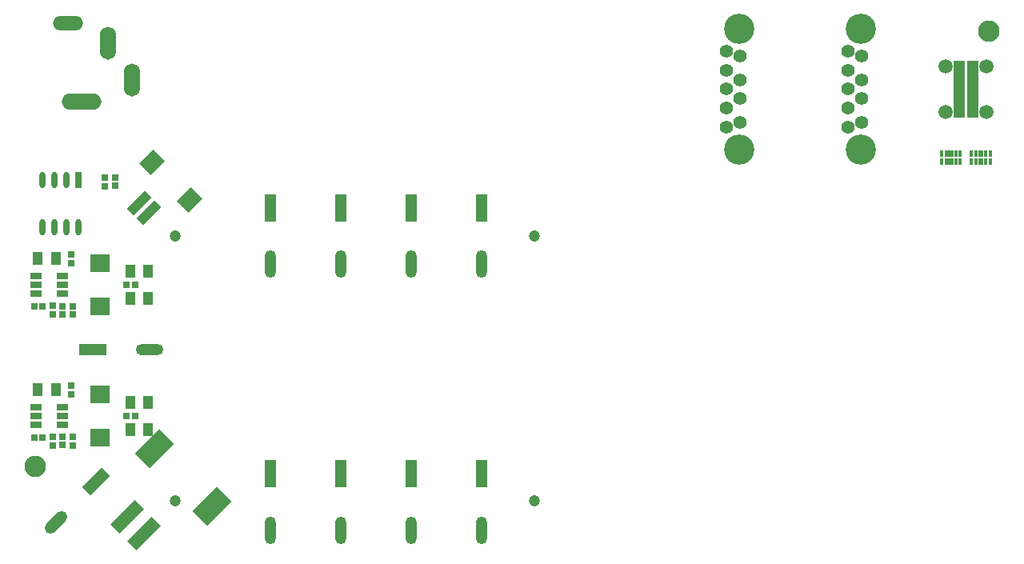
<source format=gbr>
%TF.GenerationSoftware,Altium Limited,Altium Designer,24.0.1 (36)*%
G04 Layer_Color=8388736*
%FSLAX45Y45*%
%MOMM*%
%TF.SameCoordinates,AAAF7447-B715-4BC7-9B32-5AEFA729C21C*%
%TF.FilePolarity,Negative*%
%TF.FileFunction,Soldermask,Top*%
%TF.Part,Single*%
G01*
G75*
%TA.AperFunction,SMDPad,CuDef*%
%ADD81C,2.27000*%
G04:AMPARAMS|DCode=82|XSize=2.1532mm|YSize=1.7032mm|CornerRadius=0mm|HoleSize=0mm|Usage=FLASHONLY|Rotation=45.000|XOffset=0mm|YOffset=0mm|HoleType=Round|Shape=Rectangle|*
%AMROTATEDRECTD82*
4,1,4,-0.15910,-1.36345,-1.36345,-0.15910,0.15910,1.36345,1.36345,0.15910,-0.15910,-1.36345,0.0*
%
%ADD82ROTATEDRECTD82*%

%TA.AperFunction,ConnectorPad*%
G04:AMPARAMS|DCode=83|XSize=2.2032mm|YSize=3.7032mm|CornerRadius=0mm|HoleSize=0mm|Usage=FLASHONLY|Rotation=315.000|XOffset=0mm|YOffset=0mm|HoleType=Round|Shape=Rectangle|*
%AMROTATEDRECTD83*
4,1,4,-2.08823,-0.53033,0.53033,2.08823,2.08823,0.53033,-0.53033,-2.08823,-2.08823,-0.53033,0.0*
%
%ADD83ROTATEDRECTD83*%

%TA.AperFunction,SMDPad,CuDef*%
%ADD84R,0.70320X0.70320*%
%ADD85R,1.09220X1.47320*%
%ADD86R,2.12321X1.92720*%
%ADD87R,0.70320X0.70320*%
%ADD88R,1.20320X0.65320*%
%ADD89R,2.90320X1.20320*%
%ADD90O,2.90320X1.20320*%
G04:AMPARAMS|DCode=91|XSize=2.9032mm|YSize=1.2032mm|CornerRadius=0mm|HoleSize=0mm|Usage=FLASHONLY|Rotation=225.000|XOffset=0mm|YOffset=0mm|HoleType=Round|Shape=Rectangle|*
%AMROTATEDRECTD91*
4,1,4,0.60104,1.45183,1.45183,0.60104,-0.60104,-1.45183,-1.45183,-0.60104,0.60104,1.45183,0.0*
%
%ADD91ROTATEDRECTD91*%

G04:AMPARAMS|DCode=92|XSize=2.9032mm|YSize=1.2032mm|CornerRadius=0mm|HoleSize=0mm|Usage=FLASHONLY|Rotation=225.000|XOffset=0mm|YOffset=0mm|HoleType=Round|Shape=Round|*
%AMOVALD92*
21,1,1.70000,1.20320,0.00000,0.00000,225.0*
1,1,1.20320,0.60104,0.60104*
1,1,1.20320,-0.60104,-0.60104*
%
%ADD92OVALD92*%

%ADD93R,1.20320X0.50320*%
%TA.AperFunction,ConnectorPad*%
G04:AMPARAMS|DCode=94|XSize=1.4032mm|YSize=3.7032mm|CornerRadius=0mm|HoleSize=0mm|Usage=FLASHONLY|Rotation=135.000|XOffset=0mm|YOffset=0mm|HoleType=Round|Shape=Rectangle|*
%AMROTATEDRECTD94*
4,1,4,1.80539,0.81317,-0.81317,-1.80539,-1.80539,-0.81317,0.81317,1.80539,1.80539,0.81317,0.0*
%
%ADD94ROTATEDRECTD94*%

%TA.AperFunction,SMDPad,CuDef*%
%ADD95R,1.20320X2.90320*%
%ADD96O,1.20320X2.90320*%
G04:AMPARAMS|DCode=97|XSize=1.0032mm|YSize=2.7032mm|CornerRadius=0mm|HoleSize=0mm|Usage=FLASHONLY|Rotation=315.000|XOffset=0mm|YOffset=0mm|HoleType=Round|Shape=Rectangle|*
%AMROTATEDRECTD97*
4,1,4,-1.31041,-0.60104,0.60104,1.31041,1.31041,0.60104,-0.60104,-1.31041,-1.31041,-0.60104,0.0*
%
%ADD97ROTATEDRECTD97*%

%ADD98R,0.70320X1.70320*%
%ADD99O,0.70320X1.70320*%
%TA.AperFunction,ComponentPad*%
%ADD100O,3.20319X1.50320*%
%ADD101O,1.70320X3.50319*%
%ADD102O,4.20319X1.70320*%
%ADD103C,3.20294*%
%ADD104C,1.40208*%
%ADD105C,1.50320*%
%ADD106C,1.20320*%
G36*
X9941440Y7302259D02*
X9907440D01*
Y7372759D01*
X9941440D01*
Y7302259D01*
D02*
G37*
G36*
X9891440D02*
X9857440D01*
Y7372759D01*
X9891440D01*
Y7302259D01*
D02*
G37*
G36*
X9851440D02*
X9797440D01*
Y7372759D01*
X9851440D01*
Y7302259D01*
D02*
G37*
G36*
X9791440D02*
X9757440D01*
Y7372759D01*
X9791440D01*
Y7302259D01*
D02*
G37*
G36*
X9741440D02*
X9707440D01*
Y7372759D01*
X9741440D01*
Y7302259D01*
D02*
G37*
G36*
X9941440Y7218759D02*
X9907440D01*
Y7289259D01*
X9941440D01*
Y7218759D01*
D02*
G37*
G36*
X9891440D02*
X9857440D01*
Y7289259D01*
X9891440D01*
Y7218759D01*
D02*
G37*
G36*
X9851440D02*
X9797440D01*
Y7289259D01*
X9851440D01*
Y7218759D01*
D02*
G37*
G36*
X9791440D02*
X9757440D01*
Y7289259D01*
X9791440D01*
Y7218759D01*
D02*
G37*
G36*
X9741440D02*
X9707440D01*
Y7289259D01*
X9741440D01*
Y7218759D01*
D02*
G37*
G36*
X10255740Y7305030D02*
X10221740D01*
Y7375530D01*
X10255740D01*
Y7305030D01*
D02*
G37*
G36*
X10205740D02*
X10171740D01*
Y7375530D01*
X10205740D01*
Y7305030D01*
D02*
G37*
G36*
X10165740D02*
X10111740D01*
Y7375530D01*
X10165740D01*
Y7305030D01*
D02*
G37*
G36*
X10105740D02*
X10071740D01*
Y7375530D01*
X10105740D01*
Y7305030D01*
D02*
G37*
G36*
X10055740D02*
X10021740D01*
Y7375530D01*
X10055740D01*
Y7305030D01*
D02*
G37*
G36*
X10255740Y7221530D02*
X10221740D01*
Y7292030D01*
X10255740D01*
Y7221530D01*
D02*
G37*
G36*
X10205740D02*
X10171740D01*
Y7292030D01*
X10205740D01*
Y7221530D01*
D02*
G37*
G36*
X10165740D02*
X10111740D01*
Y7292030D01*
X10165740D01*
Y7221530D01*
D02*
G37*
G36*
X10105740D02*
X10071740D01*
Y7292030D01*
X10105740D01*
Y7221530D01*
D02*
G37*
G36*
X10055740D02*
X10021740D01*
Y7292030D01*
X10055740D01*
Y7221530D01*
D02*
G37*
D81*
X132080Y4030980D02*
D03*
X10228580Y8630920D02*
D03*
D82*
X1768983Y6849237D02*
D03*
X1370457Y7247763D02*
D03*
D83*
X2005389Y3605263D02*
D03*
X1393459Y4217193D02*
D03*
D84*
X1192044Y4561840D02*
D03*
X1102044D02*
D03*
X123360Y4335780D02*
D03*
X213360D02*
D03*
X1192044Y5948680D02*
D03*
X1102044D02*
D03*
X213360Y5722620D02*
D03*
X123360D02*
D03*
D85*
X1327088Y4706620D02*
D03*
X1137088D02*
D03*
X1327088Y4417060D02*
D03*
X1137088D02*
D03*
X158992Y4841232D02*
D03*
X348992D02*
D03*
X1137088Y5803900D02*
D03*
X1327088D02*
D03*
Y6093460D02*
D03*
X1137088D02*
D03*
X348992Y6228072D02*
D03*
X158992D02*
D03*
D86*
X818822Y4789640D02*
D03*
Y4334040D02*
D03*
Y5720880D02*
D03*
Y6176480D02*
D03*
D87*
X530860Y4252997D02*
D03*
Y4337997D02*
D03*
X510540Y4882980D02*
D03*
Y4792980D02*
D03*
X317500Y4340822D02*
D03*
Y4250822D02*
D03*
X424180Y4253320D02*
D03*
Y4338320D02*
D03*
X317500Y5727662D02*
D03*
Y5637662D02*
D03*
X424180Y5725160D02*
D03*
Y5640160D02*
D03*
X978740Y6998380D02*
D03*
Y7083380D02*
D03*
X866980Y7085882D02*
D03*
Y6995882D02*
D03*
X510540Y6179820D02*
D03*
Y6269820D02*
D03*
X530860Y5724837D02*
D03*
Y5639837D02*
D03*
D88*
X143932Y4466840D02*
D03*
Y4561840D02*
D03*
Y4656840D02*
D03*
X423332D02*
D03*
Y4561840D02*
D03*
Y4466840D02*
D03*
Y5853680D02*
D03*
Y5948680D02*
D03*
Y6043680D02*
D03*
X143932D02*
D03*
Y5948680D02*
D03*
Y5853680D02*
D03*
D89*
X743940Y5267960D02*
D03*
D90*
X1343940D02*
D03*
D91*
X773472Y3864652D02*
D03*
D92*
X349208Y3440388D02*
D03*
D93*
X9910203Y7896327D02*
D03*
X10054196D02*
D03*
X9910203Y7796327D02*
D03*
Y7846314D02*
D03*
Y7946314D02*
D03*
Y7996326D02*
D03*
Y7746314D02*
D03*
Y8096326D02*
D03*
Y8146313D02*
D03*
Y8196326D02*
D03*
Y8246313D02*
D03*
Y8046339D02*
D03*
Y8296326D02*
D03*
X10054196Y7796327D02*
D03*
Y7846314D02*
D03*
Y7946314D02*
D03*
Y7996326D02*
D03*
Y7746314D02*
D03*
Y8096326D02*
D03*
Y8146313D02*
D03*
Y8196326D02*
D03*
Y8246313D02*
D03*
Y8046314D02*
D03*
Y8296326D02*
D03*
D94*
X1106798Y3495379D02*
D03*
X1283575Y3318602D02*
D03*
D95*
X4114800Y3949980D02*
D03*
X2626360D02*
D03*
X4859020D02*
D03*
X3370580D02*
D03*
X2626360Y6766840D02*
D03*
X3370580D02*
D03*
X4859020D02*
D03*
X4114800D02*
D03*
D96*
Y3349980D02*
D03*
X2626360D02*
D03*
X4859020D02*
D03*
X3370580D02*
D03*
X2626360Y6166840D02*
D03*
X3370580D02*
D03*
X4859020D02*
D03*
X4114800D02*
D03*
D97*
X1336375Y6709089D02*
D03*
X1230309Y6815155D02*
D03*
D98*
X586740Y7062280D02*
D03*
D99*
X459740D02*
D03*
X332740D02*
D03*
X205740D02*
D03*
X586740Y6562280D02*
D03*
X459740D02*
D03*
X332740D02*
D03*
X205740D02*
D03*
D100*
X477390Y8721783D02*
D03*
D101*
X907412Y8511776D02*
D03*
X1157399Y8121759D02*
D03*
D102*
X627377Y7891762D02*
D03*
D103*
X7584440Y8661400D02*
D03*
Y7381240D02*
D03*
X8872922Y8661400D02*
D03*
Y7381240D02*
D03*
D104*
X7594346Y7671308D02*
D03*
Y7921244D02*
D03*
Y8121396D02*
D03*
Y8371332D02*
D03*
X7444486Y7621270D02*
D03*
Y7821422D02*
D03*
Y8021320D02*
D03*
Y8221218D02*
D03*
Y8421370D02*
D03*
X8882828Y7671308D02*
D03*
Y7921244D02*
D03*
Y8121396D02*
D03*
Y8371332D02*
D03*
X8732968Y7621270D02*
D03*
Y7821422D02*
D03*
Y8021320D02*
D03*
Y8221218D02*
D03*
Y8421370D02*
D03*
D105*
X10197198Y7781315D02*
D03*
X9767201D02*
D03*
Y8261325D02*
D03*
X10197198D02*
D03*
D106*
X1616116Y6469476D02*
D03*
X5416116D02*
D03*
X1616116Y3662126D02*
D03*
X5416116D02*
D03*
%TF.MD5,5142f74dc4fa0d22ef6eacdb986a5eeb*%
M02*

</source>
